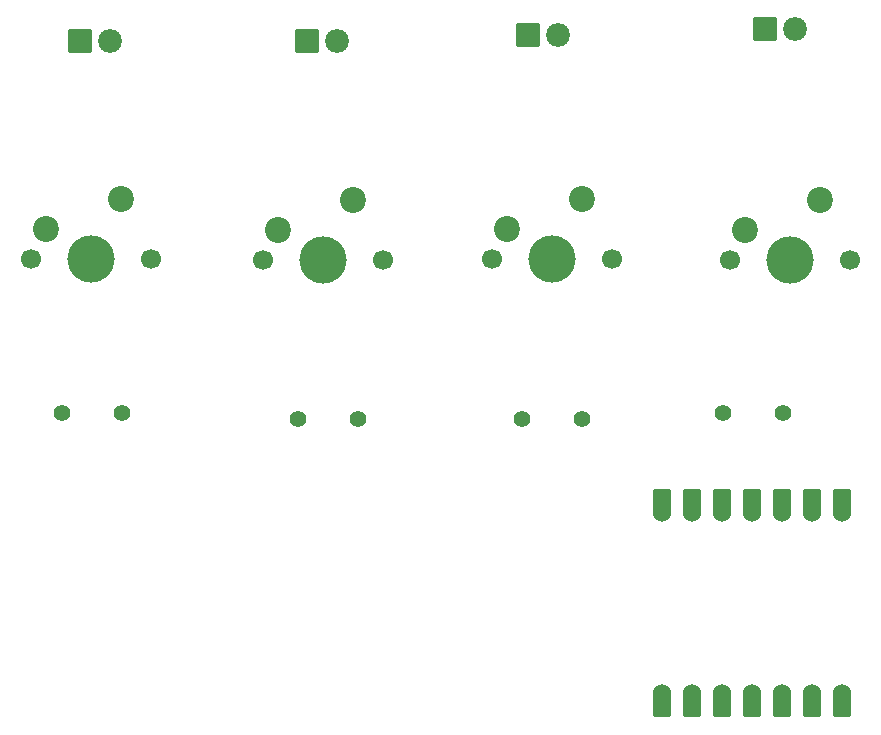
<source format=gbr>
%TF.GenerationSoftware,KiCad,Pcbnew,9.0.3-9.0.3-0~ubuntu24.04.1*%
%TF.CreationDate,2025-07-29T06:12:15+03:00*%
%TF.ProjectId,PCB,5043422e-6b69-4636-9164-5f7063625858,rev?*%
%TF.SameCoordinates,Original*%
%TF.FileFunction,Soldermask,Top*%
%TF.FilePolarity,Negative*%
%FSLAX46Y46*%
G04 Gerber Fmt 4.6, Leading zero omitted, Abs format (unit mm)*
G04 Created by KiCad (PCBNEW 9.0.3-9.0.3-0~ubuntu24.04.1) date 2025-07-29 06:12:15*
%MOMM*%
%LPD*%
G01*
G04 APERTURE LIST*
G04 Aperture macros list*
%AMRoundRect*
0 Rectangle with rounded corners*
0 $1 Rounding radius*
0 $2 $3 $4 $5 $6 $7 $8 $9 X,Y pos of 4 corners*
0 Add a 4 corners polygon primitive as box body*
4,1,4,$2,$3,$4,$5,$6,$7,$8,$9,$2,$3,0*
0 Add four circle primitives for the rounded corners*
1,1,$1+$1,$2,$3*
1,1,$1+$1,$4,$5*
1,1,$1+$1,$6,$7*
1,1,$1+$1,$8,$9*
0 Add four rect primitives between the rounded corners*
20,1,$1+$1,$2,$3,$4,$5,0*
20,1,$1+$1,$4,$5,$6,$7,0*
20,1,$1+$1,$6,$7,$8,$9,0*
20,1,$1+$1,$8,$9,$2,$3,0*%
G04 Aperture macros list end*
%ADD10RoundRect,0.152400X-0.609600X1.063600X-0.609600X-1.063600X0.609600X-1.063600X0.609600X1.063600X0*%
%ADD11C,1.524000*%
%ADD12RoundRect,0.152400X0.609600X-1.063600X0.609600X1.063600X-0.609600X1.063600X-0.609600X-1.063600X0*%
%ADD13C,1.400000*%
%ADD14C,2.019000*%
%ADD15RoundRect,0.102000X-0.907500X-0.907500X0.907500X-0.907500X0.907500X0.907500X-0.907500X0.907500X0*%
%ADD16C,1.700000*%
%ADD17C,4.000000*%
%ADD18C,2.200000*%
G04 APERTURE END LIST*
D10*
%TO.C,U1*%
X230500000Y-114575000D03*
D11*
X230500000Y-113740000D03*
D10*
X227960000Y-114575000D03*
D11*
X227960000Y-113740000D03*
D10*
X225420000Y-114575000D03*
D11*
X225420000Y-113740000D03*
D10*
X222880000Y-114575000D03*
D11*
X222880000Y-113740000D03*
D10*
X220340000Y-114575000D03*
D11*
X220340000Y-113740000D03*
D10*
X217800000Y-114575000D03*
D11*
X217800000Y-113740000D03*
D10*
X215260000Y-114575000D03*
D11*
X215260000Y-113740000D03*
X215260000Y-98500000D03*
D12*
X215260000Y-97665000D03*
D11*
X217800000Y-98500000D03*
D12*
X217800000Y-97665000D03*
D11*
X220340000Y-98500000D03*
D12*
X220340000Y-97665000D03*
D11*
X222880000Y-98500000D03*
D12*
X222880000Y-97665000D03*
D11*
X225420000Y-98500000D03*
D12*
X225420000Y-97665000D03*
D11*
X227960000Y-98500000D03*
D12*
X227960000Y-97665000D03*
D11*
X230500000Y-98500000D03*
D12*
X230500000Y-97665000D03*
%TD*%
D13*
%TO.C,R4*%
X225500000Y-90000000D03*
X220420000Y-90000000D03*
%TD*%
D14*
%TO.C,D1*%
X168500000Y-58500000D03*
D15*
X165960000Y-58500000D03*
%TD*%
D16*
%TO.C,SW4*%
X221000000Y-77040000D03*
D17*
X226080000Y-77040000D03*
D16*
X231160000Y-77040000D03*
D18*
X228620000Y-71960000D03*
X222270000Y-74500000D03*
%TD*%
D16*
%TO.C,SW3*%
X200840000Y-77000000D03*
D17*
X205920000Y-77000000D03*
D16*
X211000000Y-77000000D03*
D18*
X208460000Y-71920000D03*
X202110000Y-74460000D03*
%TD*%
D16*
%TO.C,SW2*%
X181500000Y-77040000D03*
D17*
X186580000Y-77040000D03*
D16*
X191660000Y-77040000D03*
D18*
X189120000Y-71960000D03*
X182770000Y-74500000D03*
%TD*%
D16*
%TO.C,SW1*%
X161840000Y-77000000D03*
D17*
X166920000Y-77000000D03*
D16*
X172000000Y-77000000D03*
D18*
X169460000Y-71920000D03*
X163110000Y-74460000D03*
%TD*%
D13*
%TO.C,R3*%
X203420000Y-90500000D03*
X208500000Y-90500000D03*
%TD*%
%TO.C,R2*%
X184460000Y-90500000D03*
X189540000Y-90500000D03*
%TD*%
D15*
%TO.C,D4*%
X223960000Y-57500000D03*
D14*
X226500000Y-57500000D03*
%TD*%
D15*
%TO.C,D3*%
X203960000Y-58000000D03*
D14*
X206500000Y-58000000D03*
%TD*%
D15*
%TO.C,D2*%
X185230000Y-58500000D03*
D14*
X187770000Y-58500000D03*
%TD*%
D13*
%TO.C,R1*%
X164460000Y-90000000D03*
X169540000Y-90000000D03*
%TD*%
M02*

</source>
